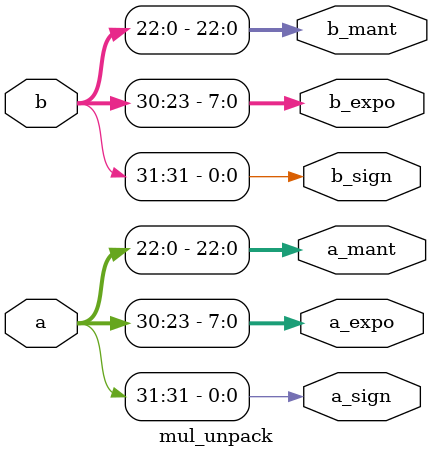
<source format=sv>
module mul_unpack #(
    parameter int unsigned SIGN_W = 1,
    parameter int unsigned EXPO_W = 8,
    parameter int unsigned MANT_W = 23
)(
    input  logic [SIGN_W + EXPO_W + MANT_W -1 : 0 ] a       ,
    input  logic [SIGN_W + EXPO_W + MANT_W -1 : 0 ] b       ,
    output logic                                    a_sign  ,
    output logic                                    b_sign  ,
    output logic [EXPO_W - 1 : 0]                   a_expo  ,
    output logic [EXPO_W - 1 : 0]                   b_expo  ,
    output logic [MANT_W - 1 : 0]                   a_mant  ,
    output logic [MANT_W - 1 : 0]                   b_mant  
);
assign a_sign   = a[SIGN_W + EXPO_W + MANT_W - 1]                   ;
assign a_expo   = a[EXPO_W + MANT_W - 1 : MANT_W]                   ;
assign a_mant   = a[MANT_W - 1 : 0]                                 ;

assign b_sign   = b[SIGN_W + EXPO_W + MANT_W - 1]                   ;
assign b_expo   = b[EXPO_W + MANT_W - 1 : MANT_W]                   ;
assign b_mant   = b[MANT_W - 1 : 0]                                 ;

endmodule 
</source>
